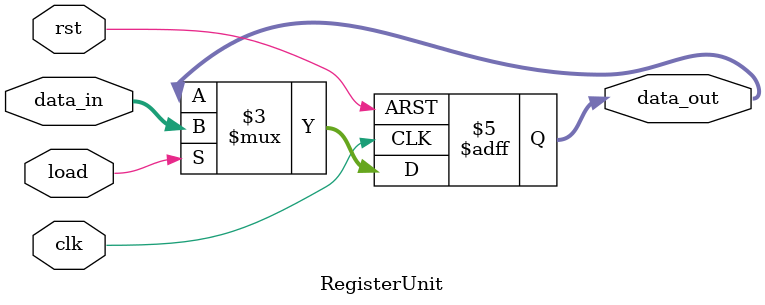
<source format=v>
module RegisterUnit(data_out, data_in, load, clk, rst); 
    // data width
    parameter data_width = 16;

    // Input output declaration
    output [data_width-1:0] data_out;
    input [data_width-1:0] data_in;
    input load;
    input clk,rst;
    reg [data_width-1:0] data_out;

    always @(posedge clk or negedge rst) begin 
        if (rst==0) begin 
            data_out <= 0;
        end
        else if (load) begin 
            data_out <= data_in;
        end
    end
endmodule

// module RegisterFile (
//     input clk, rst,
//     input [3:0] Rp_addr, Rq_addr, W_addr,  // 4-bit address lines (16 registers)
//     input W_wr, Rp_rd, Rq_rd,              // Enable signals for write and read
//     input [15:0] W_data,                   // 16-bit write data
//     output reg [15:0] Rp_data, Rq_data     // 16-bit read data outputs
// );
//     parameter data_width = 16;
//     parameter num_registers = 16;

//     // Declare the 16 registers
//     reg [data_width-1:0] registers [0:num_registers-1];

//     integer i;

//     // Initialize the register file on reset
//     always @(posedge clk or negedge rst) begin
//         if (!rst) begin
//             for (i = 0; i < num_registers; i = i + 1) begin
//                 registers[i] <= 0;
//             end
//         end
//         else if (W_wr) begin
//             registers[W_addr] <= W_data;
//         end
//     end

//     // Read logic for Rp_data and Rq_data
//     always @(posedge clk) begin
//         if (Rp_rd) begin
//             Rp_data = registers[Rp_addr];
//         end 
//         // else begin
//         //     Rp_data = 0;
//         // end
        
//         if (Rq_rd) begin
//             Rq_data = registers[Rq_addr];
//         end 
//         // else begin
//         //     Rq_data = 0;
//         // end
//     end

// endmodule

</source>
